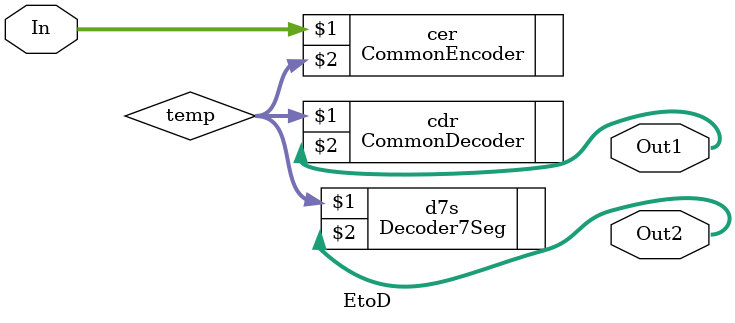
<source format=v>
 module EtoD(      //普通编码器、普通译码器、七段译码器
    input wire[9:0] In,
    output wire [9:0] Out1,
    output wire [6:0] Out2 
        );
        wire [3:0] temp;
       CommonEncoder cer (In,temp);        
        CommonDecoder cdr (temp,Out1);
        Decoder7Seg d7s (temp,Out2);
 endmodule
</source>
